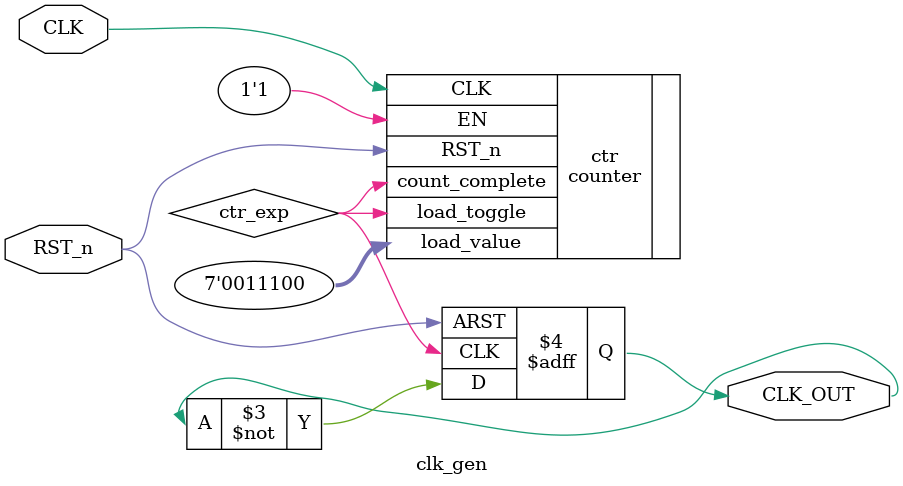
<source format=v>

module clk_gen (
  input CLK,
  input RST_n,
  output reg CLK_OUT
);

//=============================================
// ==> Parameters
//=============================================
parameter CTR_WIDTH    = 3'd7;     // Counter width
parameter CTR_PRELOAD  = 7'd28;     // Preload value

//=============================================
// ==> Wires / registers
//=============================================
wire  ctr_exp;         // Wires for the expired counters
// reg   ctr_load_sig;    // Wires for the load signal

//=============================================
// ==> Counters
//=============================================
counter #(CTR_WIDTH) ctr (
  .CLK(CLK),
  .RST_n(RST_n),
  .EN(1'b1),
  .load_toggle(ctr_exp),
  .load_value(CTR_PRELOAD),
  .count_complete(ctr_exp)
);

//=============================================
// ==> Clk generators (Drive output)
//=============================================
always @(posedge ctr_exp, negedge RST_n) begin
  if (!RST_n) begin
    CLK_OUT <= 0;
  end
  else begin
    // Generate clk
    CLK_OUT <= ~CLK_OUT;
  end
end

endmodule


</source>
